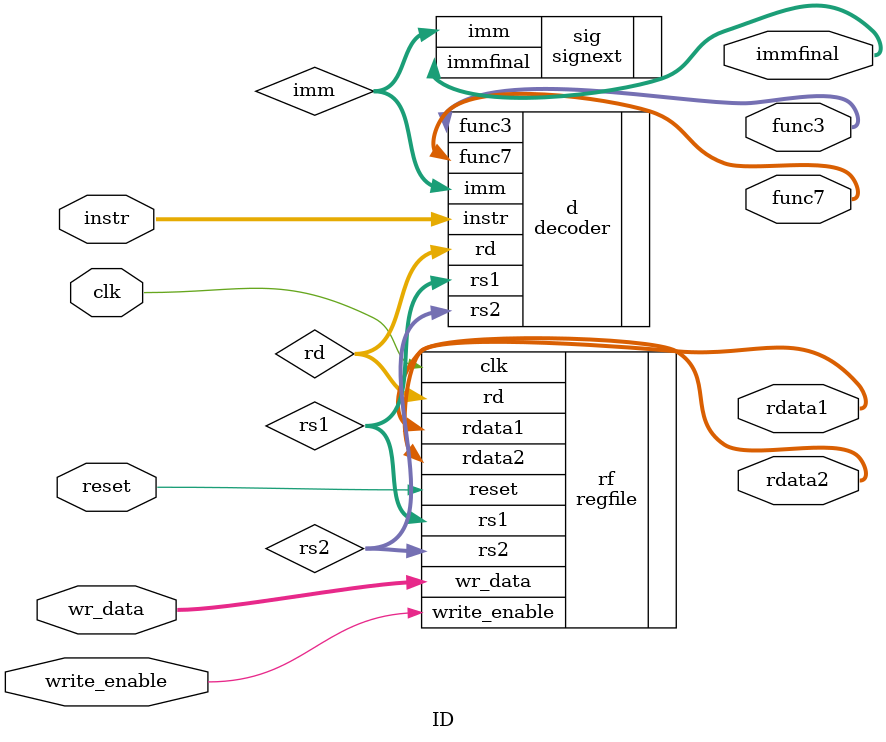
<source format=sv>
module ID #(parameter n=32)(  
    input logic reset,  
    input logic [n-1:0] wr_data,     // input for write-back data  
    input logic write_enable,         // write_enable signal  
    input logic clk,                  // Clock signal  
    input logic [n-1:0] instr,       // Instruction input  
    output logic [2:0] func3,        // 3-bit function code  
    output logic [6:0] func7,        // 7-bit function code  
    output logic [n-1:0] immfinal,   // 32-bit immediate value  
    output logic [n-1:0] rdata1,     // Register data output 1  
    output logic [n-1:0] rdata2      // Register data output 2  
);  

    // Internal signals for register addresses and immediate value  
    logic [4:0] rd, rs1, rs2;  
    logic [11:0] imm;  
    // Decoder instantiation  
    decoder d (  
        .instr(instr),  
        .rd(rd),  
        .rs1(rs1),  
        .rs2(rs2),  
        .imm(imm),  
        .func3(func3),  
        .func7(func7)  
    );  

    // Register file instantiation  
    regfile #(n) rf (  // Explicitly define parameter n for regfile  
        .rd(rd),  
        .wr_data(wr_data),          // Connect wr_data from WB  
        .rs1(rs1),  
        .rs2(rs2),  
        .reset(reset),  
        .write_enable(write_enable),  
        .clk(clk),  
        .rdata1(rdata1),  
        .rdata2(rdata2)  
    );  

    // Sign extension module for immediate values  
    signext sig (  
        .imm(imm),  
        .immfinal(immfinal)  
    );  

endmodule

</source>
